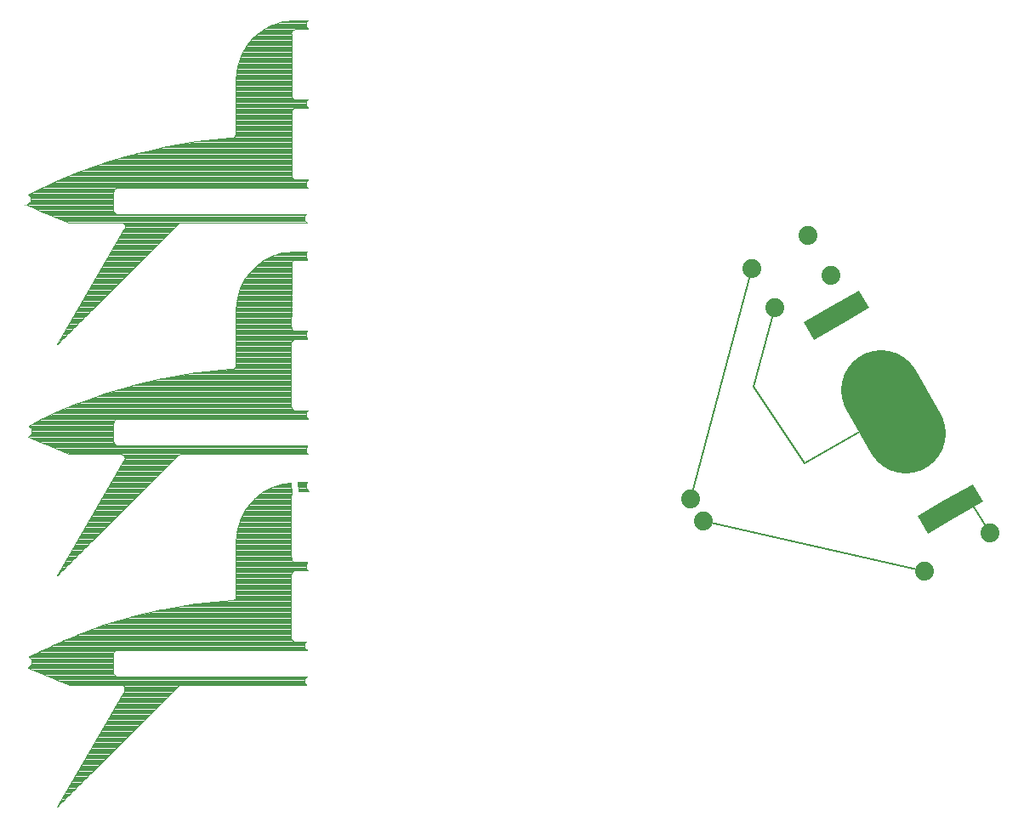
<source format=gbl>
G75*
%MOIN*%
%OFA0B0*%
%FSLAX25Y25*%
%IPPOS*%
%LPD*%
%AMOC8*
5,1,8,0,0,1.08239X$1,22.5*
%
%ADD10R,0.08000X0.12500*%
%ADD11C,0.31496*%
%ADD12C,0.07400*%
%ADD13C,0.00394*%
%ADD14C,0.00800*%
D10*
G36*
X0331980Y0233494D02*
X0335980Y0226566D01*
X0325156Y0220316D01*
X0321156Y0227244D01*
X0331980Y0233494D01*
G37*
G36*
X0335981Y0226566D02*
X0331981Y0233494D01*
X0342805Y0239744D01*
X0346805Y0232816D01*
X0335981Y0226566D01*
G37*
G36*
X0380414Y0150606D02*
X0376414Y0157534D01*
X0387238Y0163784D01*
X0391238Y0156856D01*
X0380414Y0150606D01*
G37*
G36*
X0376413Y0157534D02*
X0380413Y0150606D01*
X0369589Y0144356D01*
X0365589Y0151284D01*
X0376413Y0157534D01*
G37*
D11*
X0361118Y0183527D02*
X0351276Y0200573D01*
D12*
X0309562Y0232942D03*
X0300662Y0248358D03*
X0322832Y0261158D03*
X0331732Y0245742D03*
X0276697Y0157880D03*
X0281697Y0149220D03*
X0368206Y0129550D03*
X0394187Y0144550D03*
D13*
X0054340Y0082044D02*
X0028453Y0037208D01*
X0075697Y0084451D01*
X0076035Y0084848D01*
X0076099Y0084854D01*
X0076144Y0084899D01*
X0076666Y0084899D01*
X0076861Y0084915D01*
X0076907Y0084960D01*
X0077429Y0084960D01*
X0077948Y0085002D01*
X0077997Y0084960D01*
X0126188Y0084952D01*
X0125500Y0085640D01*
X0125500Y0087460D01*
X0126414Y0088374D01*
X0052501Y0088374D01*
X0052067Y0088289D01*
X0051941Y0088374D01*
X0051788Y0088374D01*
X0051476Y0088687D01*
X0051470Y0088691D01*
X0051317Y0088691D01*
X0051005Y0089003D01*
X0050638Y0089250D01*
X0050609Y0089399D01*
X0050501Y0089507D01*
X0050501Y0089949D01*
X0050416Y0090383D01*
X0050501Y0090509D01*
X0050501Y0097066D01*
X0050430Y0097533D01*
X0050501Y0097629D01*
X0050501Y0097748D01*
X0050835Y0098082D01*
X0051115Y0098462D01*
X0051233Y0098480D01*
X0051317Y0098565D01*
X0051789Y0098565D01*
X0051916Y0098584D01*
X0052001Y0098669D01*
X0052473Y0098669D01*
X0052939Y0098740D01*
X0053036Y0098669D01*
X0126376Y0098669D01*
X0126377Y0098763D01*
X0125500Y0099640D01*
X0125500Y0101460D01*
X0126131Y0102091D01*
X0122900Y0102091D01*
X0122888Y0102079D01*
X0122325Y0102091D01*
X0121762Y0102091D01*
X0121750Y0102102D01*
X0121554Y0102106D01*
X0120990Y0102106D01*
X0120979Y0102118D01*
X0120962Y0102118D01*
X0120572Y0102525D01*
X0120174Y0102923D01*
X0120174Y0102939D01*
X0120163Y0102951D01*
X0120174Y0103514D01*
X0120178Y0127643D01*
X0120064Y0127930D01*
X0120178Y0128197D01*
X0120178Y0128488D01*
X0120397Y0128707D01*
X0120415Y0128748D01*
X0120415Y0129039D01*
X0120633Y0129258D01*
X0120755Y0129542D01*
X0121025Y0129650D01*
X0121231Y0129856D01*
X0121540Y0129856D01*
X0121827Y0129970D01*
X0122095Y0129856D01*
X0126616Y0129856D01*
X0126610Y0130030D01*
X0126000Y0130640D01*
X0126000Y0132460D01*
X0126508Y0132968D01*
X0126497Y0133278D01*
X0121612Y0133278D01*
X0121054Y0133262D01*
X0121038Y0133278D01*
X0121016Y0133278D01*
X0120621Y0133672D01*
X0120216Y0134056D01*
X0120215Y0134078D01*
X0120200Y0134094D01*
X0120200Y0134652D01*
X0120194Y0134845D01*
X0120178Y0134861D01*
X0120179Y0135418D01*
X0120163Y0135976D01*
X0120179Y0135993D01*
X0120183Y0158735D01*
X0120071Y0158961D01*
X0120183Y0159291D01*
X0120183Y0159638D01*
X0120342Y0159797D01*
X0119920Y0164292D01*
X0117466Y0164045D01*
X0116826Y0163962D01*
X0112562Y0162636D01*
X0108648Y0160512D01*
X0105716Y0158094D01*
X0105213Y0157676D01*
X0102795Y0154745D01*
X0102384Y0154238D01*
X0100260Y0150319D01*
X0098937Y0146057D01*
X0098859Y0145416D01*
X0098470Y0141554D01*
X0098440Y0140838D01*
X0098440Y0120839D01*
X0098517Y0120731D01*
X0098440Y0120277D01*
X0098440Y0119816D01*
X0098347Y0119723D01*
X0098337Y0119663D01*
X0098376Y0119274D01*
X0098244Y0119114D01*
X0098210Y0118909D01*
X0097892Y0118683D01*
X0097644Y0118381D01*
X0097438Y0118360D01*
X0097269Y0118240D01*
X0096884Y0118305D01*
X0083004Y0116921D01*
X0082274Y0116807D01*
X0069892Y0114691D01*
X0069165Y0114538D01*
X0057715Y0111815D01*
X0056995Y0111618D01*
X0046490Y0108459D01*
X0036918Y0105015D01*
X0036220Y0104733D01*
X0028964Y0101716D01*
X0028270Y0101416D01*
X0021889Y0098426D01*
X0021211Y0098084D01*
X0017428Y0096124D01*
X0017375Y0096016D01*
X0017347Y0096006D01*
X0018394Y0094960D01*
X0018394Y0093140D01*
X0017107Y0091853D01*
X0016861Y0091853D01*
X0017012Y0091795D01*
X0017027Y0091760D01*
X0023716Y0088813D01*
X0023993Y0088702D01*
X0024513Y0088495D01*
X0024513Y0088495D01*
X0033277Y0084998D01*
X0033789Y0084966D01*
X0053035Y0084964D01*
X0053188Y0085059D01*
X0053593Y0084964D01*
X0054009Y0084964D01*
X0054137Y0084837D01*
X0054312Y0084795D01*
X0054531Y0084442D01*
X0054825Y0084148D01*
X0054825Y0083967D01*
X0054920Y0083814D01*
X0054825Y0083409D01*
X0054825Y0082993D01*
X0054777Y0082945D01*
X0054804Y0082847D01*
X0054618Y0082526D01*
X0054533Y0082164D01*
X0054340Y0082044D01*
X0054367Y0082061D02*
X0073307Y0082061D01*
X0073699Y0082453D02*
X0054601Y0082453D01*
X0054803Y0082846D02*
X0074091Y0082846D01*
X0074483Y0083238D02*
X0054825Y0083238D01*
X0054877Y0083630D02*
X0074875Y0083630D01*
X0075268Y0084022D02*
X0054825Y0084022D01*
X0054559Y0084415D02*
X0075660Y0084415D01*
X0075999Y0084807D02*
X0054264Y0084807D01*
X0054123Y0081669D02*
X0072914Y0081669D01*
X0072522Y0081277D02*
X0053897Y0081277D01*
X0053670Y0080885D02*
X0072130Y0080885D01*
X0071738Y0080492D02*
X0053444Y0080492D01*
X0053217Y0080100D02*
X0071346Y0080100D01*
X0070953Y0079708D02*
X0052991Y0079708D01*
X0052765Y0079316D02*
X0070561Y0079316D01*
X0070169Y0078924D02*
X0052538Y0078924D01*
X0052312Y0078531D02*
X0069777Y0078531D01*
X0069385Y0078139D02*
X0052085Y0078139D01*
X0051859Y0077747D02*
X0068992Y0077747D01*
X0068600Y0077355D02*
X0051632Y0077355D01*
X0051406Y0076963D02*
X0068208Y0076963D01*
X0067816Y0076570D02*
X0051179Y0076570D01*
X0050953Y0076178D02*
X0067423Y0076178D01*
X0067031Y0075786D02*
X0050727Y0075786D01*
X0050500Y0075394D02*
X0066639Y0075394D01*
X0066247Y0075001D02*
X0050274Y0075001D01*
X0050047Y0074609D02*
X0065855Y0074609D01*
X0065462Y0074217D02*
X0049821Y0074217D01*
X0049594Y0073825D02*
X0065070Y0073825D01*
X0064678Y0073433D02*
X0049368Y0073433D01*
X0049141Y0073040D02*
X0064286Y0073040D01*
X0063894Y0072648D02*
X0048915Y0072648D01*
X0048689Y0072256D02*
X0063501Y0072256D01*
X0063109Y0071864D02*
X0048462Y0071864D01*
X0048236Y0071472D02*
X0062717Y0071472D01*
X0062325Y0071079D02*
X0048009Y0071079D01*
X0047783Y0070687D02*
X0061932Y0070687D01*
X0061540Y0070295D02*
X0047556Y0070295D01*
X0047330Y0069903D02*
X0061148Y0069903D01*
X0060756Y0069510D02*
X0047103Y0069510D01*
X0046877Y0069118D02*
X0060364Y0069118D01*
X0059971Y0068726D02*
X0046651Y0068726D01*
X0046424Y0068334D02*
X0059579Y0068334D01*
X0059187Y0067942D02*
X0046198Y0067942D01*
X0045971Y0067549D02*
X0058795Y0067549D01*
X0058403Y0067157D02*
X0045745Y0067157D01*
X0045518Y0066765D02*
X0058010Y0066765D01*
X0057618Y0066373D02*
X0045292Y0066373D01*
X0045065Y0065981D02*
X0057226Y0065981D01*
X0056834Y0065588D02*
X0044839Y0065588D01*
X0044612Y0065196D02*
X0056442Y0065196D01*
X0056049Y0064804D02*
X0044386Y0064804D01*
X0044160Y0064412D02*
X0055657Y0064412D01*
X0055265Y0064020D02*
X0043933Y0064020D01*
X0043707Y0063627D02*
X0054873Y0063627D01*
X0054480Y0063235D02*
X0043480Y0063235D01*
X0043254Y0062843D02*
X0054088Y0062843D01*
X0053696Y0062451D02*
X0043027Y0062451D01*
X0042801Y0062058D02*
X0053304Y0062058D01*
X0052912Y0061666D02*
X0042574Y0061666D01*
X0042348Y0061274D02*
X0052519Y0061274D01*
X0052127Y0060882D02*
X0042122Y0060882D01*
X0041895Y0060490D02*
X0051735Y0060490D01*
X0051343Y0060097D02*
X0041669Y0060097D01*
X0041442Y0059705D02*
X0050951Y0059705D01*
X0050558Y0059313D02*
X0041216Y0059313D01*
X0040989Y0058921D02*
X0050166Y0058921D01*
X0049774Y0058529D02*
X0040763Y0058529D01*
X0040536Y0058136D02*
X0049382Y0058136D01*
X0048989Y0057744D02*
X0040310Y0057744D01*
X0040084Y0057352D02*
X0048597Y0057352D01*
X0048205Y0056960D02*
X0039857Y0056960D01*
X0039631Y0056567D02*
X0047813Y0056567D01*
X0047421Y0056175D02*
X0039404Y0056175D01*
X0039178Y0055783D02*
X0047028Y0055783D01*
X0046636Y0055391D02*
X0038951Y0055391D01*
X0038725Y0054999D02*
X0046244Y0054999D01*
X0045852Y0054606D02*
X0038498Y0054606D01*
X0038272Y0054214D02*
X0045460Y0054214D01*
X0045067Y0053822D02*
X0038045Y0053822D01*
X0037819Y0053430D02*
X0044675Y0053430D01*
X0044283Y0053038D02*
X0037593Y0053038D01*
X0037366Y0052645D02*
X0043891Y0052645D01*
X0043499Y0052253D02*
X0037140Y0052253D01*
X0036913Y0051861D02*
X0043106Y0051861D01*
X0042714Y0051469D02*
X0036687Y0051469D01*
X0036460Y0051077D02*
X0042322Y0051077D01*
X0041930Y0050684D02*
X0036234Y0050684D01*
X0036007Y0050292D02*
X0041537Y0050292D01*
X0041145Y0049900D02*
X0035781Y0049900D01*
X0035555Y0049508D02*
X0040753Y0049508D01*
X0040361Y0049115D02*
X0035328Y0049115D01*
X0035102Y0048723D02*
X0039969Y0048723D01*
X0039576Y0048331D02*
X0034875Y0048331D01*
X0034649Y0047939D02*
X0039184Y0047939D01*
X0038792Y0047547D02*
X0034422Y0047547D01*
X0034196Y0047154D02*
X0038400Y0047154D01*
X0038008Y0046762D02*
X0033969Y0046762D01*
X0033743Y0046370D02*
X0037615Y0046370D01*
X0037223Y0045978D02*
X0033517Y0045978D01*
X0033290Y0045586D02*
X0036831Y0045586D01*
X0036439Y0045193D02*
X0033064Y0045193D01*
X0032837Y0044801D02*
X0036046Y0044801D01*
X0035654Y0044409D02*
X0032611Y0044409D01*
X0032384Y0044017D02*
X0035262Y0044017D01*
X0034870Y0043624D02*
X0032158Y0043624D01*
X0031931Y0043232D02*
X0034478Y0043232D01*
X0034085Y0042840D02*
X0031705Y0042840D01*
X0031479Y0042448D02*
X0033693Y0042448D01*
X0033301Y0042056D02*
X0031252Y0042056D01*
X0031026Y0041663D02*
X0032909Y0041663D01*
X0032517Y0041271D02*
X0030799Y0041271D01*
X0030573Y0040879D02*
X0032124Y0040879D01*
X0031732Y0040487D02*
X0030346Y0040487D01*
X0030120Y0040095D02*
X0031340Y0040095D01*
X0030948Y0039702D02*
X0029893Y0039702D01*
X0029667Y0039310D02*
X0030556Y0039310D01*
X0030163Y0038918D02*
X0029440Y0038918D01*
X0029214Y0038526D02*
X0029771Y0038526D01*
X0029379Y0038134D02*
X0028988Y0038134D01*
X0028987Y0037741D02*
X0028761Y0037741D01*
X0028594Y0037349D02*
X0028535Y0037349D01*
X0032774Y0085199D02*
X0125941Y0085199D01*
X0125549Y0085591D02*
X0031791Y0085591D01*
X0030808Y0085983D02*
X0125500Y0085983D01*
X0125500Y0086376D02*
X0029825Y0086376D01*
X0028842Y0086768D02*
X0125500Y0086768D01*
X0125500Y0087160D02*
X0027859Y0087160D01*
X0026876Y0087552D02*
X0125592Y0087552D01*
X0125984Y0087944D02*
X0025893Y0087944D01*
X0024910Y0088337D02*
X0051996Y0088337D01*
X0052310Y0088337D02*
X0126377Y0088337D01*
X0126214Y0098926D02*
X0022958Y0098926D01*
X0023795Y0099319D02*
X0125821Y0099319D01*
X0125500Y0099711D02*
X0024632Y0099711D01*
X0025469Y0100103D02*
X0125500Y0100103D01*
X0125500Y0100495D02*
X0026306Y0100495D01*
X0027143Y0100887D02*
X0125500Y0100887D01*
X0125500Y0101280D02*
X0027980Y0101280D01*
X0028863Y0101672D02*
X0125712Y0101672D01*
X0126104Y0102064D02*
X0029802Y0102064D01*
X0030745Y0102456D02*
X0120638Y0102456D01*
X0120248Y0102849D02*
X0031688Y0102849D01*
X0032632Y0103241D02*
X0120169Y0103241D01*
X0120174Y0103633D02*
X0033575Y0103633D01*
X0034518Y0104025D02*
X0120174Y0104025D01*
X0120174Y0104417D02*
X0035461Y0104417D01*
X0036410Y0104810D02*
X0120174Y0104810D01*
X0120174Y0105202D02*
X0037437Y0105202D01*
X0038527Y0105594D02*
X0120174Y0105594D01*
X0120175Y0105986D02*
X0039617Y0105986D01*
X0040708Y0106378D02*
X0120175Y0106378D01*
X0120175Y0106771D02*
X0041798Y0106771D01*
X0042888Y0107163D02*
X0120175Y0107163D01*
X0120175Y0107555D02*
X0043979Y0107555D01*
X0045069Y0107947D02*
X0120175Y0107947D01*
X0120175Y0108339D02*
X0046159Y0108339D01*
X0047399Y0108732D02*
X0120175Y0108732D01*
X0120175Y0109124D02*
X0048703Y0109124D01*
X0050007Y0109516D02*
X0120175Y0109516D01*
X0120175Y0109908D02*
X0051311Y0109908D01*
X0052616Y0110301D02*
X0120175Y0110301D01*
X0120175Y0110693D02*
X0053920Y0110693D01*
X0055224Y0111085D02*
X0120175Y0111085D01*
X0120176Y0111477D02*
X0056528Y0111477D01*
X0057942Y0111869D02*
X0120176Y0111869D01*
X0120176Y0112262D02*
X0059592Y0112262D01*
X0061241Y0112654D02*
X0120176Y0112654D01*
X0120176Y0113046D02*
X0062890Y0113046D01*
X0064539Y0113438D02*
X0120176Y0113438D01*
X0120176Y0113830D02*
X0066188Y0113830D01*
X0067837Y0114223D02*
X0120176Y0114223D01*
X0120176Y0114615D02*
X0069530Y0114615D01*
X0071744Y0115007D02*
X0120176Y0115007D01*
X0120176Y0115399D02*
X0074038Y0115399D01*
X0076332Y0115792D02*
X0120176Y0115792D01*
X0120176Y0116184D02*
X0078627Y0116184D01*
X0080921Y0116576D02*
X0120176Y0116576D01*
X0120176Y0116968D02*
X0083476Y0116968D01*
X0087410Y0117360D02*
X0120177Y0117360D01*
X0120177Y0117753D02*
X0091345Y0117753D01*
X0095279Y0118145D02*
X0120177Y0118145D01*
X0120177Y0118537D02*
X0097772Y0118537D01*
X0098213Y0118929D02*
X0120177Y0118929D01*
X0120177Y0119321D02*
X0098371Y0119321D01*
X0098345Y0119714D02*
X0120177Y0119714D01*
X0120177Y0120106D02*
X0098440Y0120106D01*
X0098477Y0120498D02*
X0120177Y0120498D01*
X0120177Y0120890D02*
X0098440Y0120890D01*
X0098440Y0121282D02*
X0120177Y0121282D01*
X0120177Y0121675D02*
X0098440Y0121675D01*
X0098440Y0122067D02*
X0120177Y0122067D01*
X0120177Y0122459D02*
X0098440Y0122459D01*
X0098440Y0122851D02*
X0120177Y0122851D01*
X0120178Y0123244D02*
X0098440Y0123244D01*
X0098440Y0123636D02*
X0120178Y0123636D01*
X0120178Y0124028D02*
X0098440Y0124028D01*
X0098440Y0124420D02*
X0120178Y0124420D01*
X0120178Y0124812D02*
X0098440Y0124812D01*
X0098440Y0125205D02*
X0120178Y0125205D01*
X0120178Y0125597D02*
X0098440Y0125597D01*
X0098440Y0125989D02*
X0120178Y0125989D01*
X0120178Y0126381D02*
X0098440Y0126381D01*
X0098440Y0126773D02*
X0120178Y0126773D01*
X0120178Y0127166D02*
X0098440Y0127166D01*
X0098440Y0127558D02*
X0120178Y0127558D01*
X0120072Y0127950D02*
X0098440Y0127950D01*
X0098440Y0128342D02*
X0120178Y0128342D01*
X0120409Y0128735D02*
X0098440Y0128735D01*
X0098440Y0129127D02*
X0120502Y0129127D01*
X0120745Y0129519D02*
X0098440Y0129519D01*
X0098440Y0129911D02*
X0121679Y0129911D01*
X0121965Y0129911D02*
X0126614Y0129911D01*
X0126337Y0130303D02*
X0098440Y0130303D01*
X0098440Y0130696D02*
X0126000Y0130696D01*
X0126000Y0131088D02*
X0098440Y0131088D01*
X0098440Y0131480D02*
X0126000Y0131480D01*
X0126000Y0131872D02*
X0098440Y0131872D01*
X0098440Y0132264D02*
X0126000Y0132264D01*
X0126197Y0132657D02*
X0098440Y0132657D01*
X0098440Y0133049D02*
X0126505Y0133049D01*
X0120852Y0133441D02*
X0098440Y0133441D01*
X0098440Y0133833D02*
X0120451Y0133833D01*
X0120200Y0134225D02*
X0098440Y0134225D01*
X0098440Y0134618D02*
X0120200Y0134618D01*
X0120179Y0135010D02*
X0098440Y0135010D01*
X0098440Y0135402D02*
X0120179Y0135402D01*
X0120168Y0135794D02*
X0098440Y0135794D01*
X0098440Y0136187D02*
X0120179Y0136187D01*
X0120179Y0136579D02*
X0098440Y0136579D01*
X0098440Y0136971D02*
X0120179Y0136971D01*
X0120179Y0137363D02*
X0098440Y0137363D01*
X0098440Y0137755D02*
X0120179Y0137755D01*
X0120179Y0138148D02*
X0098440Y0138148D01*
X0098440Y0138540D02*
X0120179Y0138540D01*
X0120179Y0138932D02*
X0098440Y0138932D01*
X0098440Y0139324D02*
X0120179Y0139324D01*
X0120179Y0139716D02*
X0098440Y0139716D01*
X0098440Y0140109D02*
X0120179Y0140109D01*
X0120179Y0140501D02*
X0098440Y0140501D01*
X0098442Y0140893D02*
X0120180Y0140893D01*
X0120180Y0141285D02*
X0098459Y0141285D01*
X0098482Y0141678D02*
X0120180Y0141678D01*
X0120180Y0142070D02*
X0098522Y0142070D01*
X0098561Y0142462D02*
X0120180Y0142462D01*
X0120180Y0142854D02*
X0098601Y0142854D01*
X0098640Y0143246D02*
X0120180Y0143246D01*
X0120180Y0143639D02*
X0098680Y0143639D01*
X0098719Y0144031D02*
X0120180Y0144031D01*
X0120180Y0144423D02*
X0098759Y0144423D01*
X0098799Y0144815D02*
X0120180Y0144815D01*
X0120180Y0145207D02*
X0098838Y0145207D01*
X0098881Y0145600D02*
X0120180Y0145600D01*
X0120180Y0145992D02*
X0098929Y0145992D01*
X0099038Y0146384D02*
X0120180Y0146384D01*
X0120181Y0146776D02*
X0099160Y0146776D01*
X0099282Y0147168D02*
X0120181Y0147168D01*
X0120181Y0147561D02*
X0099404Y0147561D01*
X0099525Y0147953D02*
X0120181Y0147953D01*
X0120181Y0148345D02*
X0099647Y0148345D01*
X0099769Y0148737D02*
X0120181Y0148737D01*
X0120181Y0149130D02*
X0099891Y0149130D01*
X0100012Y0149522D02*
X0120181Y0149522D01*
X0120181Y0149914D02*
X0100134Y0149914D01*
X0100256Y0150306D02*
X0120181Y0150306D01*
X0120181Y0150698D02*
X0100466Y0150698D01*
X0100678Y0151091D02*
X0120181Y0151091D01*
X0120181Y0151483D02*
X0100891Y0151483D01*
X0101103Y0151875D02*
X0120181Y0151875D01*
X0120182Y0152267D02*
X0101316Y0152267D01*
X0101528Y0152659D02*
X0120182Y0152659D01*
X0120182Y0153052D02*
X0101741Y0153052D01*
X0101953Y0153444D02*
X0120182Y0153444D01*
X0120182Y0153836D02*
X0102166Y0153836D01*
X0102378Y0154228D02*
X0120182Y0154228D01*
X0120182Y0154621D02*
X0102694Y0154621D01*
X0103016Y0155013D02*
X0120182Y0155013D01*
X0120182Y0155405D02*
X0103340Y0155405D01*
X0103663Y0155797D02*
X0120182Y0155797D01*
X0120182Y0156189D02*
X0103987Y0156189D01*
X0104311Y0156582D02*
X0120182Y0156582D01*
X0120182Y0156974D02*
X0104634Y0156974D01*
X0104958Y0157366D02*
X0120182Y0157366D01*
X0120182Y0157758D02*
X0105313Y0157758D01*
X0105785Y0158150D02*
X0120183Y0158150D01*
X0120183Y0158543D02*
X0106260Y0158543D01*
X0106736Y0158935D02*
X0120084Y0158935D01*
X0120183Y0159327D02*
X0107212Y0159327D01*
X0107687Y0159719D02*
X0120264Y0159719D01*
X0120312Y0160111D02*
X0108163Y0160111D01*
X0108638Y0160504D02*
X0120275Y0160504D01*
X0120239Y0160896D02*
X0109356Y0160896D01*
X0110078Y0161288D02*
X0120202Y0161288D01*
X0120165Y0161680D02*
X0110801Y0161680D01*
X0111524Y0162073D02*
X0120128Y0162073D01*
X0120091Y0162465D02*
X0112246Y0162465D01*
X0113272Y0162857D02*
X0120054Y0162857D01*
X0120017Y0163249D02*
X0114533Y0163249D01*
X0115794Y0163641D02*
X0119981Y0163641D01*
X0119944Y0164034D02*
X0117379Y0164034D01*
X0122795Y0164465D02*
X0123100Y0161043D01*
X0127097Y0161043D01*
X0126000Y0162140D01*
X0126000Y0163960D01*
X0126505Y0164465D01*
X0122795Y0164465D01*
X0122798Y0164426D02*
X0126466Y0164426D01*
X0126074Y0164034D02*
X0122833Y0164034D01*
X0122868Y0163641D02*
X0126000Y0163641D01*
X0126000Y0163249D02*
X0122903Y0163249D01*
X0122938Y0162857D02*
X0126000Y0162857D01*
X0126000Y0162465D02*
X0122973Y0162465D01*
X0123008Y0162073D02*
X0126067Y0162073D01*
X0126460Y0161680D02*
X0123043Y0161680D01*
X0123078Y0161288D02*
X0126852Y0161288D01*
X0126555Y0175585D02*
X0077348Y0175593D01*
X0077017Y0175704D01*
X0076793Y0175593D01*
X0076544Y0175593D01*
X0076296Y0175346D01*
X0076140Y0175268D01*
X0075891Y0175268D01*
X0075643Y0175021D01*
X0075330Y0174865D01*
X0075251Y0174629D01*
X0028463Y0127841D01*
X0054459Y0172865D01*
X0054525Y0172890D01*
X0054743Y0173357D01*
X0055001Y0173804D01*
X0054982Y0173872D01*
X0055012Y0173937D01*
X0054835Y0174421D01*
X0054702Y0174919D01*
X0054640Y0174955D01*
X0054616Y0175021D01*
X0054148Y0175239D01*
X0053809Y0175435D01*
X0053646Y0175597D01*
X0053377Y0175597D01*
X0053133Y0175711D01*
X0052822Y0175597D01*
X0033554Y0175599D01*
X0033060Y0175722D01*
X0024380Y0179186D01*
X0023331Y0179621D01*
X0017115Y0182361D01*
X0018394Y0183640D01*
X0018394Y0185460D01*
X0017212Y0186641D01*
X0021426Y0188826D01*
X0022109Y0189158D01*
X0028489Y0192148D01*
X0036442Y0195456D01*
X0037145Y0195727D01*
X0046007Y0198918D01*
X0046718Y0199157D01*
X0057224Y0202317D01*
X0057947Y0202501D01*
X0069395Y0205224D01*
X0070125Y0205362D01*
X0082507Y0207479D01*
X0083239Y0207577D01*
X0096105Y0208859D01*
X0096231Y0208790D01*
X0096663Y0208915D01*
X0097111Y0208959D01*
X0097202Y0209071D01*
X0097254Y0209086D01*
X0097634Y0209086D01*
X0097789Y0209241D01*
X0097999Y0209302D01*
X0098182Y0209634D01*
X0098450Y0209903D01*
X0098450Y0210121D01*
X0098556Y0210313D01*
X0098450Y0210678D01*
X0098450Y0231690D01*
X0098502Y0232406D01*
X0098889Y0236246D01*
X0099006Y0236879D01*
X0100137Y0240523D01*
X0100363Y0241130D01*
X0102178Y0244473D01*
X0102517Y0245028D01*
X0104935Y0247959D01*
X0105376Y0248438D01*
X0108308Y0250857D01*
X0108833Y0251240D01*
X0112177Y0253055D01*
X0112762Y0253331D01*
X0116407Y0254462D01*
X0117030Y0254633D01*
X0121554Y0255089D01*
X0122271Y0255099D01*
X0126340Y0255099D01*
X0126342Y0254802D01*
X0126000Y0254460D01*
X0126000Y0252640D01*
X0126360Y0252280D01*
X0126365Y0251678D01*
X0122807Y0251678D01*
X0122748Y0251726D01*
X0122240Y0251678D01*
X0121728Y0251678D01*
X0121675Y0251624D01*
X0121521Y0251609D01*
X0121010Y0251609D01*
X0120956Y0251555D01*
X0120880Y0251548D01*
X0120555Y0251154D01*
X0120193Y0250793D01*
X0120193Y0250717D01*
X0120145Y0250658D01*
X0120193Y0250149D01*
X0120189Y0225991D01*
X0120086Y0225613D01*
X0120189Y0225434D01*
X0120189Y0225228D01*
X0120466Y0224951D01*
X0120476Y0224933D01*
X0120476Y0224727D01*
X0120753Y0224450D01*
X0120947Y0224110D01*
X0121146Y0224056D01*
X0121292Y0223911D01*
X0121684Y0223911D01*
X0122062Y0223808D01*
X0122240Y0223911D01*
X0126451Y0223911D01*
X0126000Y0223460D01*
X0126000Y0221640D01*
X0126510Y0221130D01*
X0126478Y0220489D01*
X0122883Y0220489D01*
X0122859Y0220511D01*
X0122310Y0220489D01*
X0121762Y0220489D01*
X0121738Y0220465D01*
X0121554Y0220458D01*
X0121005Y0220458D01*
X0120982Y0220434D01*
X0120948Y0220433D01*
X0120577Y0220029D01*
X0120189Y0219642D01*
X0120189Y0219608D01*
X0120166Y0219584D01*
X0120189Y0219036D01*
X0120184Y0194898D01*
X0120071Y0194585D01*
X0120184Y0194343D01*
X0120184Y0194077D01*
X0120420Y0193841D01*
X0120436Y0193807D01*
X0120436Y0193540D01*
X0120671Y0193305D01*
X0120812Y0193003D01*
X0121063Y0192912D01*
X0121252Y0192724D01*
X0121585Y0192724D01*
X0121898Y0192610D01*
X0122140Y0192724D01*
X0126666Y0192724D01*
X0126664Y0192624D01*
X0126000Y0191960D01*
X0126000Y0190140D01*
X0126619Y0189521D01*
X0126616Y0189302D01*
X0052138Y0189302D01*
X0051686Y0189379D01*
X0051577Y0189302D01*
X0051443Y0189302D01*
X0051118Y0188977D01*
X0050743Y0188712D01*
X0050721Y0188580D01*
X0050626Y0188485D01*
X0050626Y0188027D01*
X0050606Y0187908D01*
X0050511Y0187813D01*
X0050511Y0187354D01*
X0050434Y0186902D01*
X0050511Y0186792D01*
X0050511Y0181180D01*
X0050398Y0180865D01*
X0050511Y0180625D01*
X0050511Y0180359D01*
X0050747Y0180123D01*
X0050763Y0180089D01*
X0050763Y0179824D01*
X0050999Y0179587D01*
X0051141Y0179285D01*
X0051391Y0179195D01*
X0051579Y0179007D01*
X0051913Y0179007D01*
X0052227Y0178894D01*
X0052468Y0179007D01*
X0126427Y0179007D01*
X0126477Y0178437D01*
X0126000Y0177960D01*
X0126000Y0176140D01*
X0126555Y0175585D01*
X0126340Y0175800D02*
X0032865Y0175800D01*
X0031882Y0176192D02*
X0126000Y0176192D01*
X0126000Y0176584D02*
X0030900Y0176584D01*
X0029917Y0176977D02*
X0126000Y0176977D01*
X0126000Y0177369D02*
X0028934Y0177369D01*
X0027951Y0177761D02*
X0126000Y0177761D01*
X0126193Y0178153D02*
X0026968Y0178153D01*
X0025985Y0178545D02*
X0126468Y0178545D01*
X0126433Y0178938D02*
X0052320Y0178938D01*
X0052106Y0178938D02*
X0025002Y0178938D01*
X0024033Y0179330D02*
X0051120Y0179330D01*
X0050864Y0179722D02*
X0023101Y0179722D01*
X0022212Y0180114D02*
X0050751Y0180114D01*
X0050511Y0180507D02*
X0021322Y0180507D01*
X0020432Y0180899D02*
X0050410Y0180899D01*
X0050511Y0181291D02*
X0019542Y0181291D01*
X0018653Y0181683D02*
X0050511Y0181683D01*
X0050511Y0182075D02*
X0017763Y0182075D01*
X0017221Y0182468D02*
X0050511Y0182468D01*
X0050511Y0182860D02*
X0017613Y0182860D01*
X0018006Y0183252D02*
X0050511Y0183252D01*
X0050511Y0183644D02*
X0018394Y0183644D01*
X0018394Y0184036D02*
X0050511Y0184036D01*
X0050511Y0184429D02*
X0018394Y0184429D01*
X0018394Y0184821D02*
X0050511Y0184821D01*
X0050511Y0185213D02*
X0018394Y0185213D01*
X0018248Y0185605D02*
X0050511Y0185605D01*
X0050511Y0185997D02*
X0017856Y0185997D01*
X0017464Y0186390D02*
X0050511Y0186390D01*
X0050511Y0186782D02*
X0017483Y0186782D01*
X0018240Y0187174D02*
X0050480Y0187174D01*
X0050511Y0187566D02*
X0018997Y0187566D01*
X0019753Y0187959D02*
X0050615Y0187959D01*
X0050626Y0188351D02*
X0020510Y0188351D01*
X0021266Y0188743D02*
X0050787Y0188743D01*
X0051276Y0189135D02*
X0022062Y0189135D01*
X0022897Y0189527D02*
X0126613Y0189527D01*
X0126220Y0189920D02*
X0023734Y0189920D01*
X0024571Y0190312D02*
X0126000Y0190312D01*
X0126000Y0190704D02*
X0025408Y0190704D01*
X0026245Y0191096D02*
X0126000Y0191096D01*
X0126000Y0191488D02*
X0027082Y0191488D01*
X0027919Y0191881D02*
X0126000Y0191881D01*
X0126313Y0192273D02*
X0028789Y0192273D01*
X0029732Y0192665D02*
X0121747Y0192665D01*
X0122015Y0192665D02*
X0126665Y0192665D01*
X0120787Y0193057D02*
X0030675Y0193057D01*
X0031618Y0193450D02*
X0120526Y0193450D01*
X0120419Y0193842D02*
X0032561Y0193842D01*
X0033505Y0194234D02*
X0120184Y0194234D01*
X0120086Y0194626D02*
X0034448Y0194626D01*
X0035391Y0195018D02*
X0120184Y0195018D01*
X0120185Y0195411D02*
X0036334Y0195411D01*
X0037355Y0195803D02*
X0120185Y0195803D01*
X0120185Y0196195D02*
X0038444Y0196195D01*
X0039534Y0196587D02*
X0120185Y0196587D01*
X0120185Y0196979D02*
X0040623Y0196979D01*
X0041713Y0197372D02*
X0120185Y0197372D01*
X0120185Y0197764D02*
X0042802Y0197764D01*
X0043892Y0198156D02*
X0120185Y0198156D01*
X0120185Y0198548D02*
X0044981Y0198548D01*
X0046075Y0198940D02*
X0120185Y0198940D01*
X0120185Y0199333D02*
X0047300Y0199333D01*
X0048604Y0199725D02*
X0120185Y0199725D01*
X0120185Y0200117D02*
X0049908Y0200117D01*
X0051212Y0200509D02*
X0120185Y0200509D01*
X0120185Y0200902D02*
X0052517Y0200902D01*
X0053821Y0201294D02*
X0120186Y0201294D01*
X0120186Y0201686D02*
X0055125Y0201686D01*
X0056429Y0202078D02*
X0120186Y0202078D01*
X0120186Y0202470D02*
X0057825Y0202470D01*
X0059465Y0202863D02*
X0120186Y0202863D01*
X0120186Y0203255D02*
X0061114Y0203255D01*
X0062763Y0203647D02*
X0120186Y0203647D01*
X0120186Y0204039D02*
X0064412Y0204039D01*
X0066061Y0204431D02*
X0120186Y0204431D01*
X0120186Y0204824D02*
X0067710Y0204824D01*
X0069359Y0205216D02*
X0120186Y0205216D01*
X0120186Y0205608D02*
X0071566Y0205608D01*
X0073860Y0206000D02*
X0120186Y0206000D01*
X0120186Y0206393D02*
X0076154Y0206393D01*
X0078448Y0206785D02*
X0120187Y0206785D01*
X0120187Y0207177D02*
X0080743Y0207177D01*
X0083184Y0207569D02*
X0120187Y0207569D01*
X0120187Y0207961D02*
X0087099Y0207961D01*
X0091033Y0208354D02*
X0120187Y0208354D01*
X0120187Y0208746D02*
X0094968Y0208746D01*
X0097686Y0209138D02*
X0120187Y0209138D01*
X0120187Y0209530D02*
X0098125Y0209530D01*
X0098450Y0209922D02*
X0120187Y0209922D01*
X0120187Y0210315D02*
X0098556Y0210315D01*
X0098450Y0210707D02*
X0120187Y0210707D01*
X0120187Y0211099D02*
X0098450Y0211099D01*
X0098450Y0211491D02*
X0120187Y0211491D01*
X0120187Y0211883D02*
X0098450Y0211883D01*
X0098450Y0212276D02*
X0120187Y0212276D01*
X0120188Y0212668D02*
X0098450Y0212668D01*
X0098450Y0213060D02*
X0120188Y0213060D01*
X0120188Y0213452D02*
X0098450Y0213452D01*
X0098450Y0213845D02*
X0120188Y0213845D01*
X0120188Y0214237D02*
X0098450Y0214237D01*
X0098450Y0214629D02*
X0120188Y0214629D01*
X0120188Y0215021D02*
X0098450Y0215021D01*
X0098450Y0215413D02*
X0120188Y0215413D01*
X0120188Y0215806D02*
X0098450Y0215806D01*
X0098450Y0216198D02*
X0120188Y0216198D01*
X0120188Y0216590D02*
X0098450Y0216590D01*
X0098450Y0216982D02*
X0120188Y0216982D01*
X0120188Y0217374D02*
X0098450Y0217374D01*
X0098450Y0217767D02*
X0120188Y0217767D01*
X0120188Y0218159D02*
X0098450Y0218159D01*
X0098450Y0218551D02*
X0120189Y0218551D01*
X0120189Y0218943D02*
X0098450Y0218943D01*
X0098450Y0219336D02*
X0120176Y0219336D01*
X0120275Y0219728D02*
X0098450Y0219728D01*
X0098450Y0220120D02*
X0120660Y0220120D01*
X0121161Y0224042D02*
X0098450Y0224042D01*
X0098450Y0223650D02*
X0126190Y0223650D01*
X0126000Y0223258D02*
X0098450Y0223258D01*
X0098450Y0222865D02*
X0126000Y0222865D01*
X0126000Y0222473D02*
X0098450Y0222473D01*
X0098450Y0222081D02*
X0126000Y0222081D01*
X0126000Y0221689D02*
X0098450Y0221689D01*
X0098450Y0221297D02*
X0126343Y0221297D01*
X0126499Y0220904D02*
X0098450Y0220904D01*
X0098450Y0220512D02*
X0126479Y0220512D01*
X0120762Y0224434D02*
X0098450Y0224434D01*
X0098450Y0224826D02*
X0120476Y0224826D01*
X0120198Y0225219D02*
X0098450Y0225219D01*
X0098450Y0225611D02*
X0120087Y0225611D01*
X0120189Y0226003D02*
X0098450Y0226003D01*
X0098450Y0226395D02*
X0120189Y0226395D01*
X0120189Y0226788D02*
X0098450Y0226788D01*
X0098450Y0227180D02*
X0120189Y0227180D01*
X0120189Y0227572D02*
X0098450Y0227572D01*
X0098450Y0227964D02*
X0120189Y0227964D01*
X0120189Y0228356D02*
X0098450Y0228356D01*
X0098450Y0228749D02*
X0120189Y0228749D01*
X0120189Y0229141D02*
X0098450Y0229141D01*
X0098450Y0229533D02*
X0120190Y0229533D01*
X0120190Y0229925D02*
X0098450Y0229925D01*
X0098450Y0230317D02*
X0120190Y0230317D01*
X0120190Y0230710D02*
X0098450Y0230710D01*
X0098450Y0231102D02*
X0120190Y0231102D01*
X0120190Y0231494D02*
X0098450Y0231494D01*
X0098464Y0231886D02*
X0120190Y0231886D01*
X0120190Y0232279D02*
X0098493Y0232279D01*
X0098529Y0232671D02*
X0120190Y0232671D01*
X0120190Y0233063D02*
X0098568Y0233063D01*
X0098608Y0233455D02*
X0120190Y0233455D01*
X0120190Y0233847D02*
X0098647Y0233847D01*
X0098687Y0234240D02*
X0120190Y0234240D01*
X0120190Y0234632D02*
X0098726Y0234632D01*
X0098766Y0235024D02*
X0120190Y0235024D01*
X0120191Y0235416D02*
X0098805Y0235416D01*
X0098845Y0235808D02*
X0120191Y0235808D01*
X0120191Y0236201D02*
X0098885Y0236201D01*
X0098953Y0236593D02*
X0120191Y0236593D01*
X0120191Y0236985D02*
X0099039Y0236985D01*
X0099160Y0237377D02*
X0120191Y0237377D01*
X0120191Y0237769D02*
X0099282Y0237769D01*
X0099404Y0238162D02*
X0120191Y0238162D01*
X0120191Y0238554D02*
X0099526Y0238554D01*
X0099647Y0238946D02*
X0120191Y0238946D01*
X0120191Y0239338D02*
X0099769Y0239338D01*
X0099891Y0239731D02*
X0120191Y0239731D01*
X0120191Y0240123D02*
X0100013Y0240123D01*
X0100134Y0240515D02*
X0120191Y0240515D01*
X0120191Y0240907D02*
X0100280Y0240907D01*
X0100455Y0241299D02*
X0120192Y0241299D01*
X0120192Y0241692D02*
X0100668Y0241692D01*
X0100881Y0242084D02*
X0120192Y0242084D01*
X0120192Y0242476D02*
X0101094Y0242476D01*
X0101307Y0242868D02*
X0120192Y0242868D01*
X0120192Y0243260D02*
X0101520Y0243260D01*
X0101732Y0243653D02*
X0120192Y0243653D01*
X0120192Y0244045D02*
X0101945Y0244045D01*
X0102158Y0244437D02*
X0120192Y0244437D01*
X0120192Y0244829D02*
X0102395Y0244829D01*
X0102676Y0245222D02*
X0120192Y0245222D01*
X0120192Y0245614D02*
X0103000Y0245614D01*
X0103323Y0246006D02*
X0120192Y0246006D01*
X0120192Y0246398D02*
X0103647Y0246398D01*
X0103971Y0246790D02*
X0120193Y0246790D01*
X0120193Y0247183D02*
X0104294Y0247183D01*
X0104618Y0247575D02*
X0120193Y0247575D01*
X0120193Y0247967D02*
X0104942Y0247967D01*
X0105304Y0248359D02*
X0120193Y0248359D01*
X0120193Y0248751D02*
X0105756Y0248751D01*
X0106232Y0249144D02*
X0120193Y0249144D01*
X0120193Y0249536D02*
X0106707Y0249536D01*
X0107182Y0249928D02*
X0120193Y0249928D01*
X0120177Y0250320D02*
X0107658Y0250320D01*
X0108133Y0250712D02*
X0120190Y0250712D01*
X0120505Y0251105D02*
X0108648Y0251105D01*
X0109307Y0251497D02*
X0120838Y0251497D01*
X0120936Y0255027D02*
X0126341Y0255027D01*
X0126175Y0254635D02*
X0117046Y0254635D01*
X0115699Y0254242D02*
X0126000Y0254242D01*
X0126000Y0253850D02*
X0114435Y0253850D01*
X0113172Y0253458D02*
X0126000Y0253458D01*
X0126000Y0253066D02*
X0112200Y0253066D01*
X0111475Y0252674D02*
X0126000Y0252674D01*
X0126359Y0252281D02*
X0110752Y0252281D01*
X0110029Y0251889D02*
X0126363Y0251889D01*
X0126420Y0266220D02*
X0076946Y0266228D01*
X0076426Y0266270D01*
X0076377Y0266229D01*
X0076313Y0266229D01*
X0075944Y0265860D01*
X0075795Y0265733D01*
X0075730Y0265733D01*
X0075362Y0265364D01*
X0074965Y0265027D01*
X0074960Y0264962D01*
X0028473Y0218476D01*
X0054163Y0262971D01*
X0054169Y0262973D01*
X0054451Y0263471D01*
X0054737Y0263966D01*
X0054736Y0263972D01*
X0054744Y0263987D01*
X0055019Y0264261D01*
X0055019Y0264471D01*
X0055122Y0264653D01*
X0055019Y0265028D01*
X0055019Y0265416D01*
X0054871Y0265564D01*
X0054815Y0265766D01*
X0054477Y0265958D01*
X0054203Y0266232D01*
X0053993Y0266232D01*
X0053811Y0266336D01*
X0053437Y0266233D01*
X0033406Y0266235D01*
X0032921Y0266417D01*
X0024171Y0269909D01*
X0023096Y0270364D01*
X0016777Y0273149D01*
X0016513Y0273353D01*
X0016607Y0273353D01*
X0017894Y0274640D01*
X0017894Y0276460D01*
X0017127Y0277226D01*
X0021724Y0279608D01*
X0028104Y0282598D01*
X0028795Y0282905D01*
X0036746Y0286213D01*
X0046316Y0289661D01*
X0047032Y0289884D01*
X0056069Y0292602D01*
X0057542Y0293037D01*
X0068989Y0295761D01*
X0069713Y0295925D01*
X0082823Y0298166D01*
X0096383Y0299521D01*
X0096449Y0299477D01*
X0096947Y0299577D01*
X0097453Y0299628D01*
X0097503Y0299689D01*
X0097581Y0299705D01*
X0097862Y0300128D01*
X0098184Y0300522D01*
X0098177Y0300589D01*
X0098460Y0300872D01*
X0098460Y0301028D01*
X0098547Y0301158D01*
X0098460Y0301588D01*
X0098460Y0321912D01*
X0098471Y0322629D01*
X0098927Y0327154D01*
X0099097Y0327777D01*
X0100229Y0331422D01*
X0100505Y0332007D01*
X0102320Y0335351D01*
X0102703Y0335877D01*
X0105121Y0338808D01*
X0105600Y0339250D01*
X0108531Y0341668D01*
X0109086Y0342007D01*
X0112429Y0343822D01*
X0113036Y0344048D01*
X0116679Y0345179D01*
X0117312Y0345296D01*
X0121153Y0345682D01*
X0121868Y0345734D01*
X0126743Y0345733D01*
X0126745Y0345705D01*
X0126000Y0344960D01*
X0126000Y0343140D01*
X0126829Y0342311D01*
X0122377Y0342311D01*
X0122064Y0342424D01*
X0121823Y0342311D01*
X0121556Y0342311D01*
X0121320Y0342075D01*
X0121286Y0342060D01*
X0121020Y0342060D01*
X0120784Y0341824D01*
X0120483Y0341683D01*
X0120392Y0341432D01*
X0120203Y0341243D01*
X0120203Y0340910D01*
X0120090Y0340597D01*
X0120203Y0340356D01*
X0120199Y0316679D01*
X0120114Y0316551D01*
X0120199Y0316119D01*
X0120199Y0315678D01*
X0120308Y0315570D01*
X0120338Y0315419D01*
X0120704Y0315173D01*
X0121015Y0314862D01*
X0121169Y0314862D01*
X0121175Y0314858D01*
X0121487Y0314546D01*
X0121641Y0314546D01*
X0121768Y0314460D01*
X0122201Y0314546D01*
X0126586Y0314546D01*
X0126000Y0313960D01*
X0126000Y0312140D01*
X0126589Y0311551D01*
X0126561Y0311124D01*
X0121643Y0311124D01*
X0121090Y0311143D01*
X0121069Y0311124D01*
X0121041Y0311124D01*
X0120650Y0310733D01*
X0120246Y0310355D01*
X0120245Y0310327D01*
X0120225Y0310308D01*
X0120225Y0309754D01*
X0120218Y0309566D01*
X0120199Y0309546D01*
X0120199Y0308993D01*
X0120180Y0308440D01*
X0120199Y0308420D01*
X0120195Y0285679D01*
X0120084Y0285460D01*
X0120195Y0285123D01*
X0120195Y0284769D01*
X0120368Y0284596D01*
X0120389Y0284530D01*
X0120389Y0284175D01*
X0120562Y0284002D01*
X0120638Y0283770D01*
X0120955Y0283610D01*
X0121206Y0283359D01*
X0121450Y0283359D01*
X0121668Y0283248D01*
X0122005Y0283359D01*
X0126625Y0283359D01*
X0126622Y0283082D01*
X0126000Y0282460D01*
X0126000Y0280640D01*
X0126591Y0280049D01*
X0126590Y0279937D01*
X0052086Y0279937D01*
X0051598Y0279997D01*
X0051521Y0279937D01*
X0051424Y0279937D01*
X0051076Y0279589D01*
X0050688Y0279286D01*
X0050676Y0279189D01*
X0050607Y0279121D01*
X0050607Y0278629D01*
X0050590Y0278488D01*
X0050521Y0278419D01*
X0050521Y0277927D01*
X0050461Y0277439D01*
X0050521Y0277362D01*
X0050521Y0271738D01*
X0050416Y0271371D01*
X0050521Y0271182D01*
X0050521Y0270965D01*
X0050791Y0270695D01*
X0050802Y0270675D01*
X0050802Y0270459D01*
X0051072Y0270189D01*
X0051257Y0269855D01*
X0051465Y0269796D01*
X0051619Y0269642D01*
X0052000Y0269642D01*
X0052367Y0269537D01*
X0052557Y0269642D01*
X0126182Y0269642D01*
X0125500Y0268960D01*
X0125500Y0267140D01*
X0126420Y0266220D01*
X0126239Y0266401D02*
X0032963Y0266401D01*
X0031978Y0266793D02*
X0125847Y0266793D01*
X0125500Y0267185D02*
X0030995Y0267185D01*
X0030012Y0267578D02*
X0125500Y0267578D01*
X0125500Y0267970D02*
X0029029Y0267970D01*
X0028047Y0268362D02*
X0125500Y0268362D01*
X0125500Y0268754D02*
X0027064Y0268754D01*
X0026081Y0269146D02*
X0125686Y0269146D01*
X0126079Y0269539D02*
X0052370Y0269539D01*
X0052362Y0269539D02*
X0025098Y0269539D01*
X0024118Y0269931D02*
X0051215Y0269931D01*
X0050938Y0270323D02*
X0023192Y0270323D01*
X0022298Y0270715D02*
X0050771Y0270715D01*
X0050521Y0271108D02*
X0021408Y0271108D01*
X0020519Y0271500D02*
X0050453Y0271500D01*
X0050521Y0271892D02*
X0019629Y0271892D01*
X0018739Y0272284D02*
X0050521Y0272284D01*
X0050521Y0272676D02*
X0017849Y0272676D01*
X0016960Y0273069D02*
X0050521Y0273069D01*
X0050521Y0273461D02*
X0016714Y0273461D01*
X0017107Y0273853D02*
X0050521Y0273853D01*
X0050521Y0274245D02*
X0017499Y0274245D01*
X0017891Y0274637D02*
X0050521Y0274637D01*
X0050521Y0275030D02*
X0017894Y0275030D01*
X0017894Y0275422D02*
X0050521Y0275422D01*
X0050521Y0275814D02*
X0017894Y0275814D01*
X0017894Y0276206D02*
X0050521Y0276206D01*
X0050521Y0276598D02*
X0017755Y0276598D01*
X0017363Y0276991D02*
X0050521Y0276991D01*
X0050505Y0277383D02*
X0017430Y0277383D01*
X0018187Y0277775D02*
X0050503Y0277775D01*
X0050521Y0278167D02*
X0018944Y0278167D01*
X0019701Y0278560D02*
X0050599Y0278560D01*
X0050607Y0278952D02*
X0020458Y0278952D01*
X0021216Y0279344D02*
X0050762Y0279344D01*
X0051223Y0279736D02*
X0021999Y0279736D01*
X0022835Y0280128D02*
X0126512Y0280128D01*
X0126119Y0280521D02*
X0023672Y0280521D01*
X0024509Y0280913D02*
X0126000Y0280913D01*
X0126000Y0281305D02*
X0025346Y0281305D01*
X0026182Y0281697D02*
X0126000Y0281697D01*
X0126000Y0282089D02*
X0027019Y0282089D01*
X0027856Y0282482D02*
X0126022Y0282482D01*
X0126414Y0282874D02*
X0028724Y0282874D01*
X0029662Y0283266D02*
X0121633Y0283266D01*
X0121722Y0283266D02*
X0126624Y0283266D01*
X0120859Y0283658D02*
X0030605Y0283658D01*
X0031548Y0284051D02*
X0120514Y0284051D01*
X0120389Y0284443D02*
X0032490Y0284443D01*
X0033433Y0284835D02*
X0120195Y0284835D01*
X0120161Y0285227D02*
X0034376Y0285227D01*
X0035319Y0285619D02*
X0120165Y0285619D01*
X0120195Y0286012D02*
X0036262Y0286012D01*
X0037275Y0286404D02*
X0120195Y0286404D01*
X0120195Y0286796D02*
X0038364Y0286796D01*
X0039453Y0287188D02*
X0120195Y0287188D01*
X0120195Y0287580D02*
X0040542Y0287580D01*
X0041630Y0287973D02*
X0120195Y0287973D01*
X0120195Y0288365D02*
X0042719Y0288365D01*
X0043808Y0288757D02*
X0120196Y0288757D01*
X0120196Y0289149D02*
X0044897Y0289149D01*
X0045985Y0289541D02*
X0120196Y0289541D01*
X0120196Y0289934D02*
X0047198Y0289934D01*
X0048502Y0290326D02*
X0120196Y0290326D01*
X0120196Y0290718D02*
X0049806Y0290718D01*
X0051110Y0291110D02*
X0120196Y0291110D01*
X0120196Y0291503D02*
X0052413Y0291503D01*
X0053717Y0291895D02*
X0120196Y0291895D01*
X0120196Y0292287D02*
X0055021Y0292287D01*
X0056329Y0292679D02*
X0120196Y0292679D01*
X0120196Y0293071D02*
X0057684Y0293071D01*
X0059333Y0293464D02*
X0120196Y0293464D01*
X0120196Y0293856D02*
X0060982Y0293856D01*
X0062630Y0294248D02*
X0120196Y0294248D01*
X0120196Y0294640D02*
X0064279Y0294640D01*
X0065928Y0295032D02*
X0120196Y0295032D01*
X0120197Y0295425D02*
X0067576Y0295425D01*
X0069237Y0295817D02*
X0120197Y0295817D01*
X0120197Y0296209D02*
X0071377Y0296209D01*
X0073671Y0296601D02*
X0120197Y0296601D01*
X0120197Y0296994D02*
X0075964Y0296994D01*
X0078258Y0297386D02*
X0120197Y0297386D01*
X0120197Y0297778D02*
X0080552Y0297778D01*
X0082862Y0298170D02*
X0120197Y0298170D01*
X0120197Y0298562D02*
X0086787Y0298562D01*
X0090713Y0298955D02*
X0120197Y0298955D01*
X0120197Y0299347D02*
X0094638Y0299347D01*
X0097603Y0299739D02*
X0120197Y0299739D01*
X0120197Y0300131D02*
X0097865Y0300131D01*
X0098184Y0300523D02*
X0120197Y0300523D01*
X0120197Y0300916D02*
X0098460Y0300916D01*
X0098517Y0301308D02*
X0120197Y0301308D01*
X0120198Y0301700D02*
X0098460Y0301700D01*
X0098460Y0302092D02*
X0120198Y0302092D01*
X0120198Y0302484D02*
X0098460Y0302484D01*
X0098460Y0302877D02*
X0120198Y0302877D01*
X0120198Y0303269D02*
X0098460Y0303269D01*
X0098460Y0303661D02*
X0120198Y0303661D01*
X0120198Y0304053D02*
X0098460Y0304053D01*
X0098460Y0304446D02*
X0120198Y0304446D01*
X0120198Y0304838D02*
X0098460Y0304838D01*
X0098460Y0305230D02*
X0120198Y0305230D01*
X0120198Y0305622D02*
X0098460Y0305622D01*
X0098460Y0306014D02*
X0120198Y0306014D01*
X0120198Y0306407D02*
X0098460Y0306407D01*
X0098460Y0306799D02*
X0120198Y0306799D01*
X0120198Y0307191D02*
X0098460Y0307191D01*
X0098460Y0307583D02*
X0120198Y0307583D01*
X0120199Y0307975D02*
X0098460Y0307975D01*
X0098460Y0308368D02*
X0120199Y0308368D01*
X0120191Y0308760D02*
X0098460Y0308760D01*
X0098460Y0309152D02*
X0120199Y0309152D01*
X0120199Y0309544D02*
X0098460Y0309544D01*
X0098460Y0309937D02*
X0120225Y0309937D01*
X0120245Y0310329D02*
X0098460Y0310329D01*
X0098460Y0310721D02*
X0120638Y0310721D01*
X0121031Y0311113D02*
X0098460Y0311113D01*
X0098460Y0311505D02*
X0126586Y0311505D01*
X0126242Y0311898D02*
X0098460Y0311898D01*
X0098460Y0312290D02*
X0126000Y0312290D01*
X0126000Y0312682D02*
X0098460Y0312682D01*
X0098460Y0313074D02*
X0126000Y0313074D01*
X0126000Y0313466D02*
X0098460Y0313466D01*
X0098460Y0313859D02*
X0126000Y0313859D01*
X0126291Y0314251D02*
X0098460Y0314251D01*
X0098460Y0314643D02*
X0121390Y0314643D01*
X0120842Y0315035D02*
X0098460Y0315035D01*
X0098460Y0315427D02*
X0120336Y0315427D01*
X0120199Y0315820D02*
X0098460Y0315820D01*
X0098460Y0316212D02*
X0120181Y0316212D01*
X0120149Y0316604D02*
X0098460Y0316604D01*
X0098460Y0316996D02*
X0120199Y0316996D01*
X0120199Y0317389D02*
X0098460Y0317389D01*
X0098460Y0317781D02*
X0120199Y0317781D01*
X0120199Y0318173D02*
X0098460Y0318173D01*
X0098460Y0318565D02*
X0120199Y0318565D01*
X0120200Y0318957D02*
X0098460Y0318957D01*
X0098460Y0319350D02*
X0120200Y0319350D01*
X0120200Y0319742D02*
X0098460Y0319742D01*
X0098460Y0320134D02*
X0120200Y0320134D01*
X0120200Y0320526D02*
X0098460Y0320526D01*
X0098460Y0320918D02*
X0120200Y0320918D01*
X0120200Y0321311D02*
X0098460Y0321311D01*
X0098460Y0321703D02*
X0120200Y0321703D01*
X0120200Y0322095D02*
X0098463Y0322095D01*
X0098469Y0322487D02*
X0120200Y0322487D01*
X0120200Y0322880D02*
X0098496Y0322880D01*
X0098535Y0323272D02*
X0120200Y0323272D01*
X0120200Y0323664D02*
X0098575Y0323664D01*
X0098614Y0324056D02*
X0120200Y0324056D01*
X0120200Y0324448D02*
X0098654Y0324448D01*
X0098694Y0324841D02*
X0120200Y0324841D01*
X0120201Y0325233D02*
X0098733Y0325233D01*
X0098773Y0325625D02*
X0120201Y0325625D01*
X0120201Y0326017D02*
X0098812Y0326017D01*
X0098852Y0326409D02*
X0120201Y0326409D01*
X0120201Y0326802D02*
X0098891Y0326802D01*
X0098938Y0327194D02*
X0120201Y0327194D01*
X0120201Y0327586D02*
X0099045Y0327586D01*
X0099160Y0327978D02*
X0120201Y0327978D01*
X0120201Y0328370D02*
X0099282Y0328370D01*
X0099403Y0328763D02*
X0120201Y0328763D01*
X0120201Y0329155D02*
X0099525Y0329155D01*
X0099647Y0329547D02*
X0120201Y0329547D01*
X0120201Y0329939D02*
X0099769Y0329939D01*
X0099890Y0330332D02*
X0120201Y0330332D01*
X0120201Y0330724D02*
X0100012Y0330724D01*
X0100134Y0331116D02*
X0120201Y0331116D01*
X0120202Y0331508D02*
X0100270Y0331508D01*
X0100454Y0331900D02*
X0120202Y0331900D01*
X0120202Y0332293D02*
X0100660Y0332293D01*
X0100872Y0332685D02*
X0120202Y0332685D01*
X0120202Y0333077D02*
X0101085Y0333077D01*
X0101298Y0333469D02*
X0120202Y0333469D01*
X0120202Y0333861D02*
X0101511Y0333861D01*
X0101724Y0334254D02*
X0120202Y0334254D01*
X0120202Y0334646D02*
X0101937Y0334646D01*
X0102150Y0335038D02*
X0120202Y0335038D01*
X0120202Y0335430D02*
X0102377Y0335430D01*
X0102663Y0335823D02*
X0120202Y0335823D01*
X0120202Y0336215D02*
X0102982Y0336215D01*
X0103305Y0336607D02*
X0120202Y0336607D01*
X0120202Y0336999D02*
X0103629Y0336999D01*
X0103952Y0337391D02*
X0120202Y0337391D01*
X0120203Y0337784D02*
X0104276Y0337784D01*
X0104600Y0338176D02*
X0120203Y0338176D01*
X0120203Y0338568D02*
X0104923Y0338568D01*
X0105286Y0338960D02*
X0120203Y0338960D01*
X0120203Y0339352D02*
X0105725Y0339352D01*
X0106200Y0339745D02*
X0120203Y0339745D01*
X0120203Y0340137D02*
X0106675Y0340137D01*
X0107151Y0340529D02*
X0120122Y0340529D01*
X0120203Y0340921D02*
X0107626Y0340921D01*
X0108102Y0341313D02*
X0120273Y0341313D01*
X0120531Y0341706D02*
X0108593Y0341706D01*
X0109254Y0342098D02*
X0121343Y0342098D01*
X0120613Y0345628D02*
X0126668Y0345628D01*
X0126276Y0345236D02*
X0116986Y0345236D01*
X0115598Y0344843D02*
X0126000Y0344843D01*
X0126000Y0344451D02*
X0114335Y0344451D01*
X0113071Y0344059D02*
X0126000Y0344059D01*
X0126000Y0343667D02*
X0112144Y0343667D01*
X0111421Y0343275D02*
X0126000Y0343275D01*
X0126258Y0342882D02*
X0110699Y0342882D01*
X0109976Y0342490D02*
X0126650Y0342490D01*
X0076093Y0266009D02*
X0054427Y0266009D01*
X0054857Y0265617D02*
X0075614Y0265617D01*
X0075197Y0265224D02*
X0055019Y0265224D01*
X0055073Y0264832D02*
X0074830Y0264832D01*
X0074437Y0264440D02*
X0055019Y0264440D01*
X0054805Y0264048D02*
X0074045Y0264048D01*
X0073653Y0263655D02*
X0054558Y0263655D01*
X0054334Y0263263D02*
X0073261Y0263263D01*
X0072868Y0262871D02*
X0054105Y0262871D01*
X0053879Y0262479D02*
X0072476Y0262479D01*
X0072084Y0262087D02*
X0053652Y0262087D01*
X0053426Y0261694D02*
X0071692Y0261694D01*
X0071300Y0261302D02*
X0053200Y0261302D01*
X0052973Y0260910D02*
X0070907Y0260910D01*
X0070515Y0260518D02*
X0052747Y0260518D01*
X0052520Y0260126D02*
X0070123Y0260126D01*
X0069731Y0259733D02*
X0052294Y0259733D01*
X0052067Y0259341D02*
X0069339Y0259341D01*
X0068946Y0258949D02*
X0051841Y0258949D01*
X0051614Y0258557D02*
X0068554Y0258557D01*
X0068162Y0258165D02*
X0051388Y0258165D01*
X0051162Y0257772D02*
X0067770Y0257772D01*
X0067377Y0257380D02*
X0050935Y0257380D01*
X0050709Y0256988D02*
X0066985Y0256988D01*
X0066593Y0256596D02*
X0050482Y0256596D01*
X0050256Y0256203D02*
X0066201Y0256203D01*
X0065809Y0255811D02*
X0050029Y0255811D01*
X0049803Y0255419D02*
X0065416Y0255419D01*
X0065024Y0255027D02*
X0049576Y0255027D01*
X0049350Y0254635D02*
X0064632Y0254635D01*
X0064240Y0254242D02*
X0049123Y0254242D01*
X0048897Y0253850D02*
X0063848Y0253850D01*
X0063455Y0253458D02*
X0048671Y0253458D01*
X0048444Y0253066D02*
X0063063Y0253066D01*
X0062671Y0252674D02*
X0048218Y0252674D01*
X0047991Y0252281D02*
X0062279Y0252281D01*
X0061887Y0251889D02*
X0047765Y0251889D01*
X0047538Y0251497D02*
X0061494Y0251497D01*
X0061102Y0251105D02*
X0047312Y0251105D01*
X0047085Y0250712D02*
X0060710Y0250712D01*
X0060318Y0250320D02*
X0046859Y0250320D01*
X0046633Y0249928D02*
X0059925Y0249928D01*
X0059533Y0249536D02*
X0046406Y0249536D01*
X0046180Y0249144D02*
X0059141Y0249144D01*
X0058749Y0248751D02*
X0045953Y0248751D01*
X0045727Y0248359D02*
X0058357Y0248359D01*
X0057964Y0247967D02*
X0045500Y0247967D01*
X0045274Y0247575D02*
X0057572Y0247575D01*
X0057180Y0247183D02*
X0045047Y0247183D01*
X0044821Y0246790D02*
X0056788Y0246790D01*
X0056396Y0246398D02*
X0044595Y0246398D01*
X0044368Y0246006D02*
X0056003Y0246006D01*
X0055611Y0245614D02*
X0044142Y0245614D01*
X0043915Y0245222D02*
X0055219Y0245222D01*
X0054827Y0244829D02*
X0043689Y0244829D01*
X0043462Y0244437D02*
X0054434Y0244437D01*
X0054042Y0244045D02*
X0043236Y0244045D01*
X0043009Y0243653D02*
X0053650Y0243653D01*
X0053258Y0243260D02*
X0042783Y0243260D01*
X0042557Y0242868D02*
X0052866Y0242868D01*
X0052473Y0242476D02*
X0042330Y0242476D01*
X0042104Y0242084D02*
X0052081Y0242084D01*
X0051689Y0241692D02*
X0041877Y0241692D01*
X0041651Y0241299D02*
X0051297Y0241299D01*
X0050905Y0240907D02*
X0041424Y0240907D01*
X0041198Y0240515D02*
X0050512Y0240515D01*
X0050120Y0240123D02*
X0040971Y0240123D01*
X0040745Y0239731D02*
X0049728Y0239731D01*
X0049336Y0239338D02*
X0040518Y0239338D01*
X0040292Y0238946D02*
X0048944Y0238946D01*
X0048551Y0238554D02*
X0040066Y0238554D01*
X0039839Y0238162D02*
X0048159Y0238162D01*
X0047767Y0237769D02*
X0039613Y0237769D01*
X0039386Y0237377D02*
X0047375Y0237377D01*
X0046982Y0236985D02*
X0039160Y0236985D01*
X0038933Y0236593D02*
X0046590Y0236593D01*
X0046198Y0236201D02*
X0038707Y0236201D01*
X0038480Y0235808D02*
X0045806Y0235808D01*
X0045414Y0235416D02*
X0038254Y0235416D01*
X0038028Y0235024D02*
X0045021Y0235024D01*
X0044629Y0234632D02*
X0037801Y0234632D01*
X0037575Y0234240D02*
X0044237Y0234240D01*
X0043845Y0233847D02*
X0037348Y0233847D01*
X0037122Y0233455D02*
X0043453Y0233455D01*
X0043060Y0233063D02*
X0036895Y0233063D01*
X0036669Y0232671D02*
X0042668Y0232671D01*
X0042276Y0232279D02*
X0036442Y0232279D01*
X0036216Y0231886D02*
X0041884Y0231886D01*
X0041491Y0231494D02*
X0035990Y0231494D01*
X0035763Y0231102D02*
X0041099Y0231102D01*
X0040707Y0230710D02*
X0035537Y0230710D01*
X0035310Y0230317D02*
X0040315Y0230317D01*
X0039923Y0229925D02*
X0035084Y0229925D01*
X0034857Y0229533D02*
X0039530Y0229533D01*
X0039138Y0229141D02*
X0034631Y0229141D01*
X0034404Y0228749D02*
X0038746Y0228749D01*
X0038354Y0228356D02*
X0034178Y0228356D01*
X0033952Y0227964D02*
X0037962Y0227964D01*
X0037569Y0227572D02*
X0033725Y0227572D01*
X0033499Y0227180D02*
X0037177Y0227180D01*
X0036785Y0226788D02*
X0033272Y0226788D01*
X0033046Y0226395D02*
X0036393Y0226395D01*
X0036001Y0226003D02*
X0032819Y0226003D01*
X0032593Y0225611D02*
X0035608Y0225611D01*
X0035216Y0225219D02*
X0032366Y0225219D01*
X0032140Y0224826D02*
X0034824Y0224826D01*
X0034432Y0224434D02*
X0031913Y0224434D01*
X0031687Y0224042D02*
X0034039Y0224042D01*
X0033647Y0223650D02*
X0031461Y0223650D01*
X0031234Y0223258D02*
X0033255Y0223258D01*
X0032863Y0222865D02*
X0031008Y0222865D01*
X0030781Y0222473D02*
X0032471Y0222473D01*
X0032078Y0222081D02*
X0030555Y0222081D01*
X0030328Y0221689D02*
X0031686Y0221689D01*
X0031294Y0221297D02*
X0030102Y0221297D01*
X0029875Y0220904D02*
X0030902Y0220904D01*
X0030510Y0220512D02*
X0029649Y0220512D01*
X0029423Y0220120D02*
X0030117Y0220120D01*
X0029725Y0219728D02*
X0029196Y0219728D01*
X0029333Y0219336D02*
X0028970Y0219336D01*
X0028941Y0218943D02*
X0028743Y0218943D01*
X0028548Y0218551D02*
X0028517Y0218551D01*
X0053856Y0175408D02*
X0076358Y0175408D01*
X0075632Y0175016D02*
X0054618Y0175016D01*
X0054781Y0174623D02*
X0075246Y0174623D01*
X0074853Y0174231D02*
X0054905Y0174231D01*
X0054991Y0173839D02*
X0074461Y0173839D01*
X0074069Y0173447D02*
X0054794Y0173447D01*
X0054602Y0173054D02*
X0073677Y0173054D01*
X0073285Y0172662D02*
X0054341Y0172662D01*
X0054115Y0172270D02*
X0072892Y0172270D01*
X0072500Y0171878D02*
X0053888Y0171878D01*
X0053662Y0171486D02*
X0072108Y0171486D01*
X0071716Y0171093D02*
X0053436Y0171093D01*
X0053209Y0170701D02*
X0071324Y0170701D01*
X0070931Y0170309D02*
X0052983Y0170309D01*
X0052756Y0169917D02*
X0070539Y0169917D01*
X0070147Y0169525D02*
X0052530Y0169525D01*
X0052303Y0169132D02*
X0069755Y0169132D01*
X0069363Y0168740D02*
X0052077Y0168740D01*
X0051850Y0168348D02*
X0068970Y0168348D01*
X0068578Y0167956D02*
X0051624Y0167956D01*
X0051398Y0167564D02*
X0068186Y0167564D01*
X0067794Y0167171D02*
X0051171Y0167171D01*
X0050945Y0166779D02*
X0067401Y0166779D01*
X0067009Y0166387D02*
X0050718Y0166387D01*
X0050492Y0165995D02*
X0066617Y0165995D01*
X0066225Y0165602D02*
X0050265Y0165602D01*
X0050039Y0165210D02*
X0065833Y0165210D01*
X0065440Y0164818D02*
X0049812Y0164818D01*
X0049586Y0164426D02*
X0065048Y0164426D01*
X0064656Y0164034D02*
X0049359Y0164034D01*
X0049133Y0163641D02*
X0064264Y0163641D01*
X0063872Y0163249D02*
X0048907Y0163249D01*
X0048680Y0162857D02*
X0063479Y0162857D01*
X0063087Y0162465D02*
X0048454Y0162465D01*
X0048227Y0162073D02*
X0062695Y0162073D01*
X0062303Y0161680D02*
X0048001Y0161680D01*
X0047774Y0161288D02*
X0061910Y0161288D01*
X0061518Y0160896D02*
X0047548Y0160896D01*
X0047321Y0160504D02*
X0061126Y0160504D01*
X0060734Y0160111D02*
X0047095Y0160111D01*
X0046869Y0159719D02*
X0060342Y0159719D01*
X0059949Y0159327D02*
X0046642Y0159327D01*
X0046416Y0158935D02*
X0059557Y0158935D01*
X0059165Y0158543D02*
X0046189Y0158543D01*
X0045963Y0158150D02*
X0058773Y0158150D01*
X0058381Y0157758D02*
X0045736Y0157758D01*
X0045510Y0157366D02*
X0057988Y0157366D01*
X0057596Y0156974D02*
X0045283Y0156974D01*
X0045057Y0156582D02*
X0057204Y0156582D01*
X0056812Y0156189D02*
X0044831Y0156189D01*
X0044604Y0155797D02*
X0056420Y0155797D01*
X0056027Y0155405D02*
X0044378Y0155405D01*
X0044151Y0155013D02*
X0055635Y0155013D01*
X0055243Y0154621D02*
X0043925Y0154621D01*
X0043698Y0154228D02*
X0054851Y0154228D01*
X0054458Y0153836D02*
X0043472Y0153836D01*
X0043245Y0153444D02*
X0054066Y0153444D01*
X0053674Y0153052D02*
X0043019Y0153052D01*
X0042793Y0152659D02*
X0053282Y0152659D01*
X0052890Y0152267D02*
X0042566Y0152267D01*
X0042340Y0151875D02*
X0052497Y0151875D01*
X0052105Y0151483D02*
X0042113Y0151483D01*
X0041887Y0151091D02*
X0051713Y0151091D01*
X0051321Y0150698D02*
X0041660Y0150698D01*
X0041434Y0150306D02*
X0050929Y0150306D01*
X0050536Y0149914D02*
X0041207Y0149914D01*
X0040981Y0149522D02*
X0050144Y0149522D01*
X0049752Y0149130D02*
X0040754Y0149130D01*
X0040528Y0148737D02*
X0049360Y0148737D01*
X0048967Y0148345D02*
X0040302Y0148345D01*
X0040075Y0147953D02*
X0048575Y0147953D01*
X0048183Y0147561D02*
X0039849Y0147561D01*
X0039622Y0147168D02*
X0047791Y0147168D01*
X0047399Y0146776D02*
X0039396Y0146776D01*
X0039169Y0146384D02*
X0047006Y0146384D01*
X0046614Y0145992D02*
X0038943Y0145992D01*
X0038716Y0145600D02*
X0046222Y0145600D01*
X0045830Y0145207D02*
X0038490Y0145207D01*
X0038264Y0144815D02*
X0045438Y0144815D01*
X0045045Y0144423D02*
X0038037Y0144423D01*
X0037811Y0144031D02*
X0044653Y0144031D01*
X0044261Y0143639D02*
X0037584Y0143639D01*
X0037358Y0143246D02*
X0043869Y0143246D01*
X0043477Y0142854D02*
X0037131Y0142854D01*
X0036905Y0142462D02*
X0043084Y0142462D01*
X0042692Y0142070D02*
X0036678Y0142070D01*
X0036452Y0141678D02*
X0042300Y0141678D01*
X0041908Y0141285D02*
X0036226Y0141285D01*
X0035999Y0140893D02*
X0041515Y0140893D01*
X0041123Y0140501D02*
X0035773Y0140501D01*
X0035546Y0140109D02*
X0040731Y0140109D01*
X0040339Y0139716D02*
X0035320Y0139716D01*
X0035093Y0139324D02*
X0039947Y0139324D01*
X0039554Y0138932D02*
X0034867Y0138932D01*
X0034640Y0138540D02*
X0039162Y0138540D01*
X0038770Y0138148D02*
X0034414Y0138148D01*
X0034188Y0137755D02*
X0038378Y0137755D01*
X0037986Y0137363D02*
X0033961Y0137363D01*
X0033735Y0136971D02*
X0037593Y0136971D01*
X0037201Y0136579D02*
X0033508Y0136579D01*
X0033282Y0136187D02*
X0036809Y0136187D01*
X0036417Y0135794D02*
X0033055Y0135794D01*
X0032829Y0135402D02*
X0036024Y0135402D01*
X0035632Y0135010D02*
X0032602Y0135010D01*
X0032376Y0134618D02*
X0035240Y0134618D01*
X0034848Y0134225D02*
X0032149Y0134225D01*
X0031923Y0133833D02*
X0034456Y0133833D01*
X0034063Y0133441D02*
X0031697Y0133441D01*
X0031470Y0133049D02*
X0033671Y0133049D01*
X0033279Y0132657D02*
X0031244Y0132657D01*
X0031017Y0132264D02*
X0032887Y0132264D01*
X0032495Y0131872D02*
X0030791Y0131872D01*
X0030564Y0131480D02*
X0032102Y0131480D01*
X0031710Y0131088D02*
X0030338Y0131088D01*
X0030111Y0130696D02*
X0031318Y0130696D01*
X0030926Y0130303D02*
X0029885Y0130303D01*
X0029659Y0129911D02*
X0030534Y0129911D01*
X0030141Y0129519D02*
X0029432Y0129519D01*
X0029206Y0129127D02*
X0029749Y0129127D01*
X0029357Y0128735D02*
X0028979Y0128735D01*
X0028965Y0128342D02*
X0028753Y0128342D01*
X0028572Y0127950D02*
X0028526Y0127950D01*
X0022121Y0098534D02*
X0051287Y0098534D01*
X0050879Y0098142D02*
X0021325Y0098142D01*
X0020565Y0097750D02*
X0050502Y0097750D01*
X0050457Y0097358D02*
X0019808Y0097358D01*
X0019051Y0096965D02*
X0050501Y0096965D01*
X0050501Y0096573D02*
X0018295Y0096573D01*
X0017538Y0096181D02*
X0050501Y0096181D01*
X0050501Y0095789D02*
X0017565Y0095789D01*
X0017957Y0095396D02*
X0050501Y0095396D01*
X0050501Y0095004D02*
X0018349Y0095004D01*
X0018394Y0094612D02*
X0050501Y0094612D01*
X0050501Y0094220D02*
X0018394Y0094220D01*
X0018394Y0093828D02*
X0050501Y0093828D01*
X0050501Y0093435D02*
X0018394Y0093435D01*
X0018297Y0093043D02*
X0050501Y0093043D01*
X0050501Y0092651D02*
X0017905Y0092651D01*
X0017512Y0092259D02*
X0050501Y0092259D01*
X0050501Y0091867D02*
X0017120Y0091867D01*
X0017676Y0091474D02*
X0050501Y0091474D01*
X0050501Y0091082D02*
X0018567Y0091082D01*
X0019457Y0090690D02*
X0050501Y0090690D01*
X0050433Y0090298D02*
X0020347Y0090298D01*
X0021237Y0089906D02*
X0050501Y0089906D01*
X0050501Y0089513D02*
X0022127Y0089513D01*
X0023017Y0089121D02*
X0050830Y0089121D01*
X0051279Y0088729D02*
X0023927Y0088729D01*
X0015780Y0273330D02*
X0015841Y0273353D01*
X0015780Y0273353D01*
X0015780Y0273330D01*
D14*
X0276697Y0157880D02*
X0300662Y0248358D01*
X0309562Y0232942D02*
X0301197Y0202050D01*
X0321197Y0172050D01*
X0356197Y0192050D01*
X0383826Y0157195D02*
X0386197Y0157050D01*
X0394187Y0144550D01*
X0368206Y0129550D02*
X0281697Y0149220D01*
M02*

</source>
